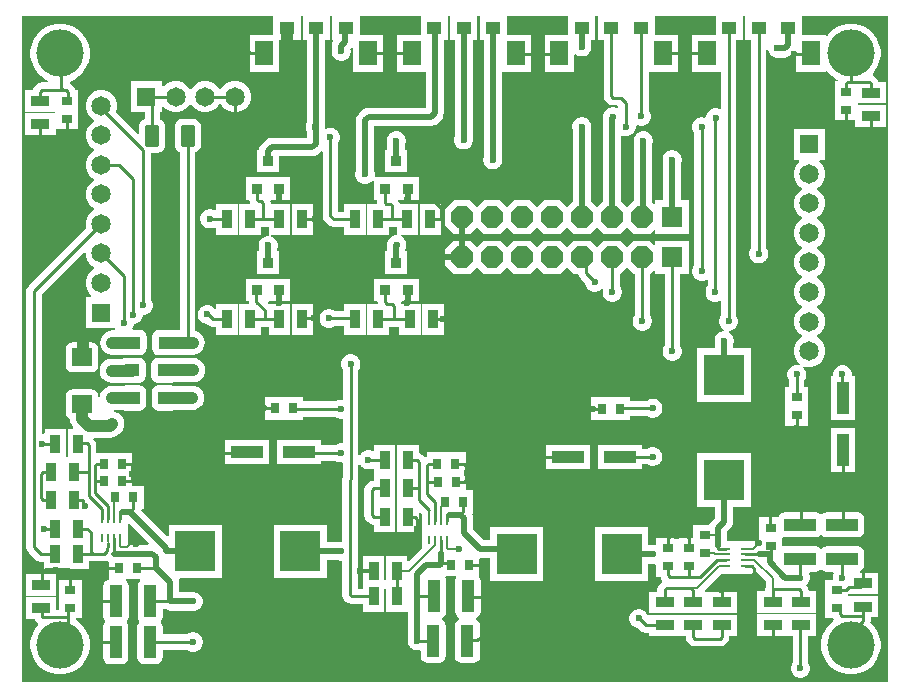
<source format=gtl>
G04*
G04 #@! TF.GenerationSoftware,Altium Limited,Altium Designer,22.8.2 (66)*
G04*
G04 Layer_Physical_Order=1*
G04 Layer_Color=255*
%FSLAX42Y42*%
%MOMM*%
G71*
G04*
G04 #@! TF.SameCoordinates,0533CB18-9495-43A3-8B9C-2A5BF5C5928D*
G04*
G04*
G04 #@! TF.FilePolarity,Positive*
G04*
G01*
G75*
%ADD12C,0.15*%
%ADD13C,0.25*%
%ADD17R,1.50X2.15*%
%ADD18R,1.30X1.00*%
%ADD19R,0.71X0.91*%
G04:AMPARAMS|DCode=20|XSize=1.5mm|YSize=1.7mm|CornerRadius=0.08mm|HoleSize=0mm|Usage=FLASHONLY|Rotation=90.000|XOffset=0mm|YOffset=0mm|HoleType=Round|Shape=RoundedRectangle|*
%AMROUNDEDRECTD20*
21,1,1.50,1.55,0,0,90.0*
21,1,1.35,1.70,0,0,90.0*
1,1,0.15,0.78,0.68*
1,1,0.15,0.78,-0.68*
1,1,0.15,-0.78,-0.68*
1,1,0.15,-0.78,0.68*
%
%ADD20ROUNDEDRECTD20*%
%ADD21R,1.57X0.81*%
%ADD22R,0.91X0.71*%
%ADD23R,0.81X1.57*%
G04:AMPARAMS|DCode=24|XSize=1.1mm|YSize=1.25mm|CornerRadius=0.06mm|HoleSize=0mm|Usage=FLASHONLY|Rotation=270.000|XOffset=0mm|YOffset=0mm|HoleType=Round|Shape=RoundedRectangle|*
%AMROUNDEDRECTD24*
21,1,1.10,1.14,0,0,270.0*
21,1,0.99,1.25,0,0,270.0*
1,1,0.11,-0.57,-0.50*
1,1,0.11,-0.57,0.50*
1,1,0.11,0.57,0.50*
1,1,0.11,0.57,-0.50*
%
%ADD24ROUNDEDRECTD24*%
G04:AMPARAMS|DCode=25|XSize=1.2mm|YSize=1.82mm|CornerRadius=0.15mm|HoleSize=0mm|Usage=FLASHONLY|Rotation=180.000|XOffset=0mm|YOffset=0mm|HoleType=Round|Shape=RoundedRectangle|*
%AMROUNDEDRECTD25*
21,1,1.20,1.52,0,0,180.0*
21,1,0.90,1.82,0,0,180.0*
1,1,0.30,-0.45,0.76*
1,1,0.30,0.45,0.76*
1,1,0.30,0.45,-0.76*
1,1,0.30,-0.45,-0.76*
%
%ADD25ROUNDEDRECTD25*%
%ADD26R,3.50X3.50*%
%ADD27R,1.00X2.70*%
%ADD28R,0.85X0.85*%
%ADD29R,3.50X3.50*%
G04:AMPARAMS|DCode=30|XSize=2.7mm|YSize=1.1mm|CornerRadius=0.06mm|HoleSize=0mm|Usage=FLASHONLY|Rotation=180.000|XOffset=0mm|YOffset=0mm|HoleType=Round|Shape=RoundedRectangle|*
%AMROUNDEDRECTD30*
21,1,2.70,0.99,0,0,180.0*
21,1,2.59,1.10,0,0,180.0*
1,1,0.11,-1.30,0.50*
1,1,0.11,1.30,0.50*
1,1,0.11,1.30,-0.50*
1,1,0.11,-1.30,-0.50*
%
%ADD30ROUNDEDRECTD30*%
%ADD31R,0.71X0.23*%
%ADD32R,2.70X1.00*%
G04:AMPARAMS|DCode=33|XSize=2.7mm|YSize=1.1mm|CornerRadius=0.06mm|HoleSize=0mm|Usage=FLASHONLY|Rotation=90.000|XOffset=0mm|YOffset=0mm|HoleType=Round|Shape=RoundedRectangle|*
%AMROUNDEDRECTD33*
21,1,2.70,0.99,0,0,90.0*
21,1,2.59,1.10,0,0,90.0*
1,1,0.11,0.50,1.30*
1,1,0.11,0.50,-1.30*
1,1,0.11,-0.50,-1.30*
1,1,0.11,-0.50,1.30*
%
%ADD33ROUNDEDRECTD33*%
%ADD34R,0.23X0.71*%
%ADD58C,0.51*%
%ADD59C,1.02*%
%ADD60C,0.30*%
%ADD61C,0.20*%
%ADD62P,1.95X8X202.5*%
%ADD63R,1.80X1.80*%
%ADD64R,1.65X1.65*%
%ADD65C,1.65*%
%ADD66R,1.65X1.65*%
%ADD67C,4.00*%
%ADD68C,0.60*%
G36*
X7417Y81D02*
X79D01*
Y5721D01*
X2208D01*
Y5565D01*
X2008D01*
Y5248D01*
X2260D01*
Y5521D01*
X2440D01*
Y5721D01*
X2458D01*
Y5521D01*
X2493D01*
Y4825D01*
X2489Y4817D01*
X2483Y4797D01*
Y4775D01*
X2489Y4755D01*
X2493Y4747D01*
Y4689D01*
X2196D01*
X2176Y4686D01*
X2157Y4679D01*
X2141Y4666D01*
X2141Y4666D01*
X2112Y4637D01*
X2099Y4621D01*
X2092Y4602D01*
X2090Y4591D01*
X2072D01*
Y4404D01*
X2259D01*
Y4535D01*
X2540D01*
X2560Y4538D01*
X2579Y4545D01*
X2595Y4558D01*
X2615Y4578D01*
X2627Y4572D01*
Y4029D01*
X2632Y4005D01*
X2646Y3984D01*
X2675Y3955D01*
X2696Y3941D01*
X2721Y3936D01*
X2811D01*
Y3871D01*
X2994D01*
Y4130D01*
X2811D01*
Y4065D01*
X2757D01*
Y4647D01*
X2767Y4665D01*
X2773Y4685D01*
Y4707D01*
X2767Y4727D01*
X2757Y4746D01*
X2742Y4761D01*
X2723Y4771D01*
X2703Y4777D01*
X2681D01*
X2661Y4771D01*
X2658Y4770D01*
X2647Y4776D01*
Y5521D01*
X2690D01*
Y5721D01*
X2708D01*
Y5521D01*
X2711D01*
X2717Y5508D01*
X2710Y5492D01*
X2708Y5472D01*
Y5450D01*
X2704Y5435D01*
Y5414D01*
X2709Y5393D01*
X2720Y5375D01*
X2735Y5360D01*
X2753Y5349D01*
X2774Y5344D01*
X2795D01*
X2816Y5349D01*
X2834Y5360D01*
X2849Y5375D01*
X2860Y5393D01*
X2865Y5414D01*
Y5435D01*
X2863Y5443D01*
X2870Y5450D01*
X2875Y5456D01*
X2888Y5452D01*
Y5248D01*
X3140D01*
Y5565D01*
X2940D01*
Y5721D01*
X3457D01*
Y5565D01*
X3257D01*
Y5248D01*
X3499D01*
Y4947D01*
X3016D01*
X2996Y4944D01*
X2977Y4937D01*
X2961Y4924D01*
X2961Y4924D01*
X2932Y4895D01*
X2919Y4879D01*
X2912Y4860D01*
X2909Y4840D01*
Y4407D01*
X2905Y4393D01*
Y4371D01*
X2911Y4351D01*
X2921Y4332D01*
X2936Y4317D01*
X2955Y4307D01*
X2975Y4301D01*
X2997D01*
X3017Y4307D01*
X3036Y4317D01*
X3050Y4332D01*
X3052Y4332D01*
X3063Y4328D01*
Y4169D01*
X3087D01*
Y4142D01*
X3088Y4140D01*
X3080Y4130D01*
X3006D01*
Y3871D01*
X3189D01*
Y3936D01*
X3253D01*
X3253Y3872D01*
X3245Y3866D01*
X3243Y3865D01*
X3223Y3859D01*
X3204Y3849D01*
X3189Y3834D01*
X3179Y3815D01*
X3173Y3795D01*
Y3773D01*
X3174Y3769D01*
Y3729D01*
X3158D01*
Y3542D01*
X3345D01*
Y3729D01*
X3328D01*
Y3751D01*
X3329Y3753D01*
X3335Y3773D01*
Y3795D01*
X3329Y3815D01*
X3319Y3834D01*
X3304Y3849D01*
X3298Y3852D01*
X3294Y3869D01*
X3296Y3871D01*
X3436D01*
Y4130D01*
X3279D01*
X3278Y4138D01*
X3265Y4156D01*
X3269Y4169D01*
X3440D01*
Y4356D01*
X3253D01*
X3253Y4356D01*
X3250D01*
Y4356D01*
X3240Y4356D01*
X3076D01*
X3066Y4369D01*
X3067Y4371D01*
Y4393D01*
X3063Y4407D01*
Y4793D01*
X3507D01*
X3521Y4789D01*
X3543D01*
X3563Y4795D01*
X3565Y4796D01*
X3566Y4796D01*
X3585Y4803D01*
X3601Y4816D01*
X3630Y4845D01*
X3630Y4845D01*
X3643Y4861D01*
X3650Y4880D01*
X3653Y4900D01*
Y5521D01*
X3688D01*
Y5721D01*
X3707D01*
Y5521D01*
X3746D01*
Y4707D01*
X3745Y4705D01*
X3739Y4685D01*
Y4663D01*
X3745Y4643D01*
X3755Y4624D01*
X3770Y4609D01*
X3789Y4599D01*
X3809Y4593D01*
X3831D01*
X3851Y4599D01*
X3870Y4609D01*
X3885Y4624D01*
X3895Y4643D01*
X3901Y4663D01*
Y4685D01*
X3900Y4689D01*
Y5521D01*
X3938D01*
Y5721D01*
X3957D01*
Y5521D01*
X3991D01*
Y4531D01*
X3987Y4517D01*
Y4495D01*
X3993Y4475D01*
X4003Y4456D01*
X4018Y4441D01*
X4037Y4431D01*
X4057Y4425D01*
X4079D01*
X4099Y4431D01*
X4118Y4441D01*
X4133Y4456D01*
X4143Y4475D01*
X4149Y4495D01*
Y4517D01*
X4145Y4531D01*
Y5248D01*
X4388D01*
Y5565D01*
X4188D01*
Y5721D01*
X4706D01*
Y5565D01*
X4506D01*
Y5248D01*
X4757D01*
Y5395D01*
X4769Y5400D01*
X4772Y5397D01*
X4790Y5387D01*
X4811Y5381D01*
X4832D01*
X4853Y5387D01*
X4871Y5397D01*
X4886Y5412D01*
X4897Y5431D01*
X4902Y5451D01*
Y5473D01*
X4898Y5487D01*
Y5521D01*
X4937D01*
Y5721D01*
X4956D01*
Y5521D01*
X5007D01*
Y5047D01*
X5012Y5022D01*
X5026Y5001D01*
X5040Y4986D01*
X5061Y4972D01*
X5086Y4967D01*
X5123D01*
X5129Y4961D01*
Y4948D01*
X5118Y4942D01*
X5115Y4943D01*
X5095Y4949D01*
X5073D01*
X5053Y4943D01*
X5034Y4933D01*
X5019Y4918D01*
X5009Y4899D01*
X5005Y4885D01*
X5004Y4882D01*
X5001Y4862D01*
Y4156D01*
X4951Y4106D01*
X4901Y4156D01*
Y4770D01*
X4902Y4775D01*
Y4797D01*
X4897Y4817D01*
X4886Y4836D01*
X4871Y4851D01*
X4853Y4861D01*
X4832Y4867D01*
X4811D01*
X4790Y4861D01*
X4772Y4851D01*
X4757Y4836D01*
X4746Y4817D01*
X4741Y4797D01*
Y4775D01*
X4746Y4755D01*
X4747Y4753D01*
Y4156D01*
X4697Y4106D01*
X4640Y4162D01*
X4499D01*
X4443Y4106D01*
X4386Y4162D01*
X4245D01*
X4189Y4106D01*
X4132Y4162D01*
X3991D01*
X3935Y4106D01*
X3878Y4162D01*
X3737D01*
X3667Y4092D01*
Y3951D01*
X3737Y3881D01*
X3878D01*
X3935Y3937D01*
X3991Y3881D01*
X4132D01*
X4189Y3937D01*
X4245Y3881D01*
X4386D01*
X4443Y3937D01*
X4499Y3881D01*
X4640D01*
X4697Y3937D01*
X4753Y3881D01*
X4894D01*
X4951Y3937D01*
X5007Y3881D01*
X5148D01*
X5205Y3937D01*
X5261Y3881D01*
X5402D01*
X5433Y3912D01*
X5445Y3907D01*
Y3881D01*
X5727D01*
Y4162D01*
X5663D01*
Y4479D01*
X5667Y4493D01*
Y4515D01*
X5661Y4535D01*
X5650Y4554D01*
X5635Y4569D01*
X5617Y4579D01*
X5596Y4585D01*
X5575D01*
X5555Y4579D01*
X5536Y4569D01*
X5521Y4554D01*
X5511Y4535D01*
X5505Y4515D01*
Y4493D01*
X5509Y4479D01*
Y4162D01*
X5445D01*
Y4136D01*
X5433Y4131D01*
X5419Y4145D01*
Y4641D01*
X5423Y4655D01*
Y4677D01*
X5417Y4697D01*
X5407Y4716D01*
X5392Y4731D01*
X5373Y4741D01*
X5353Y4747D01*
X5331D01*
X5311Y4741D01*
X5292Y4731D01*
X5277Y4716D01*
X5267Y4697D01*
X5261Y4677D01*
Y4655D01*
X5265Y4641D01*
Y4162D01*
X5261D01*
X5205Y4106D01*
X5155Y4156D01*
Y4704D01*
X5167Y4710D01*
X5185Y4705D01*
X5207D01*
X5227Y4711D01*
X5246Y4721D01*
X5261Y4736D01*
X5271Y4755D01*
X5277Y4775D01*
Y4792D01*
X5286Y4799D01*
X5289Y4800D01*
X5295Y4797D01*
X5315Y4791D01*
X5337D01*
X5357Y4797D01*
X5376Y4807D01*
X5391Y4822D01*
X5401Y4841D01*
X5407Y4861D01*
Y4883D01*
X5401Y4903D01*
X5391Y4921D01*
Y5248D01*
X5637D01*
Y5565D01*
X5437D01*
Y5721D01*
X5954D01*
Y5565D01*
X5754D01*
Y5248D01*
X5999D01*
Y4940D01*
X5988Y4934D01*
X5985Y4935D01*
X5965Y4941D01*
X5943D01*
X5923Y4935D01*
X5904Y4925D01*
X5889Y4910D01*
X5879Y4891D01*
X5873Y4871D01*
X5860Y4862D01*
X5849Y4865D01*
X5827D01*
X5807Y4859D01*
X5788Y4849D01*
X5773Y4834D01*
X5763Y4815D01*
X5757Y4795D01*
Y4773D01*
X5763Y4753D01*
X5773Y4735D01*
Y3611D01*
X5763Y3593D01*
X5757Y3573D01*
Y3551D01*
X5763Y3531D01*
X5773Y3512D01*
X5788Y3497D01*
X5807Y3487D01*
X5827Y3481D01*
X5849D01*
X5869Y3487D01*
X5876Y3491D01*
X5887Y3484D01*
Y3436D01*
X5885Y3434D01*
X5875Y3415D01*
X5869Y3395D01*
Y3373D01*
X5875Y3353D01*
X5885Y3334D01*
X5900Y3319D01*
X5919Y3309D01*
X5939Y3303D01*
X5961D01*
X5981Y3309D01*
X5988Y3313D01*
X5999Y3306D01*
Y3187D01*
X5989Y3169D01*
X5983Y3149D01*
Y3127D01*
X5989Y3107D01*
X5999Y3088D01*
X6014Y3073D01*
X6028Y3066D01*
X6025Y3053D01*
X6015D01*
X5995Y3047D01*
X5976Y3037D01*
X5961Y3022D01*
X5951Y3003D01*
X5945Y2983D01*
Y2961D01*
X5949Y2947D01*
Y2909D01*
X5800D01*
Y2457D01*
X6252D01*
Y2909D01*
X6103D01*
Y2947D01*
X6107Y2961D01*
Y2983D01*
X6101Y3003D01*
X6091Y3022D01*
X6076Y3037D01*
X6062Y3044D01*
X6065Y3057D01*
X6075D01*
X6095Y3063D01*
X6114Y3073D01*
X6129Y3088D01*
X6139Y3107D01*
X6145Y3127D01*
Y3149D01*
X6139Y3169D01*
X6129Y3187D01*
Y5521D01*
X6186D01*
Y5721D01*
X6204D01*
Y5521D01*
X6255D01*
Y3759D01*
X6245Y3741D01*
X6239Y3721D01*
Y3699D01*
X6245Y3679D01*
X6255Y3660D01*
X6270Y3645D01*
X6289Y3635D01*
X6309Y3629D01*
X6331D01*
X6351Y3635D01*
X6370Y3645D01*
X6385Y3660D01*
X6395Y3679D01*
X6401Y3699D01*
Y3721D01*
X6395Y3741D01*
X6385Y3759D01*
Y5437D01*
X6397Y5437D01*
X6403Y5417D01*
X6413Y5398D01*
X6428Y5383D01*
X6447Y5373D01*
X6467Y5367D01*
X6489D01*
X6503Y5371D01*
X6538D01*
X6558Y5374D01*
X6576Y5381D01*
X6592Y5394D01*
X6621Y5423D01*
X6634Y5419D01*
Y5248D01*
X6886D01*
Y5253D01*
X6898Y5257D01*
X6905Y5246D01*
X6940Y5211D01*
X6981Y5184D01*
X6987Y5181D01*
X6985Y5169D01*
X6963D01*
Y4996D01*
Y4843D01*
X7138D01*
Y4787D01*
X7398D01*
Y4970D01*
X7157D01*
Y4982D01*
X7398D01*
Y5165D01*
X7330D01*
X7328Y5178D01*
X7314Y5199D01*
X7299Y5214D01*
X7288Y5221D01*
X7286Y5238D01*
X7295Y5246D01*
X7322Y5287D01*
X7341Y5333D01*
X7351Y5381D01*
Y5431D01*
X7341Y5479D01*
X7322Y5525D01*
X7295Y5566D01*
X7260Y5601D01*
X7219Y5628D01*
X7173Y5647D01*
X7125Y5657D01*
X7075D01*
X7027Y5647D01*
X6981Y5628D01*
X6940Y5601D01*
X6905Y5566D01*
X6898Y5555D01*
X6886Y5559D01*
Y5565D01*
X6686D01*
Y5721D01*
X7417D01*
Y81D01*
D02*
G37*
%LPC*%
G36*
X1902Y5173D02*
X1866D01*
X1833Y5164D01*
X1802Y5147D01*
X1777Y5122D01*
X1766Y5103D01*
X1752D01*
X1741Y5122D01*
X1716Y5147D01*
X1685Y5164D01*
X1652Y5173D01*
X1616D01*
X1583Y5164D01*
X1552Y5147D01*
X1527Y5122D01*
X1516Y5103D01*
X1502D01*
X1491Y5122D01*
X1466Y5147D01*
X1435Y5164D01*
X1402Y5173D01*
X1366D01*
X1333Y5164D01*
X1302Y5147D01*
X1280Y5125D01*
X1269Y5128D01*
X1267Y5129D01*
Y5173D01*
X1001D01*
Y4907D01*
X1119D01*
Y4847D01*
X1105Y4841D01*
X1092Y4831D01*
X1081Y4817D01*
X1074Y4801D01*
X1072Y4784D01*
Y4731D01*
X1060Y4727D01*
X878Y4909D01*
X878Y4911D01*
X887Y4944D01*
Y4980D01*
X878Y5013D01*
X861Y5044D01*
X836Y5069D01*
X805Y5086D01*
X772Y5095D01*
X736D01*
X703Y5086D01*
X672Y5069D01*
X647Y5044D01*
X630Y5013D01*
X621Y4980D01*
Y4944D01*
X630Y4911D01*
X647Y4880D01*
X672Y4855D01*
X691Y4844D01*
Y4830D01*
X672Y4819D01*
X647Y4794D01*
X630Y4763D01*
X621Y4730D01*
Y4694D01*
X630Y4661D01*
X647Y4630D01*
X672Y4605D01*
X691Y4594D01*
Y4580D01*
X672Y4569D01*
X647Y4544D01*
X630Y4513D01*
X621Y4480D01*
Y4444D01*
X630Y4411D01*
X647Y4380D01*
X672Y4355D01*
X691Y4344D01*
Y4330D01*
X672Y4319D01*
X647Y4294D01*
X630Y4263D01*
X621Y4230D01*
Y4194D01*
X630Y4161D01*
X647Y4130D01*
X672Y4105D01*
X691Y4094D01*
Y4080D01*
X672Y4069D01*
X647Y4044D01*
X630Y4013D01*
X621Y3980D01*
Y3944D01*
X626Y3925D01*
X137Y3437D01*
X123Y3416D01*
X118Y3391D01*
Y1224D01*
X123Y1199D01*
X137Y1178D01*
X195Y1120D01*
X216Y1106D01*
X241Y1101D01*
X271D01*
Y1040D01*
X454D01*
Y1250D01*
Y1498D01*
X466D01*
Y1250D01*
Y1040D01*
X649D01*
Y1105D01*
X779D01*
X804Y1110D01*
X806Y1112D01*
X817Y1104D01*
Y964D01*
X817Y953D01*
X807Y949D01*
X806Y949D01*
X787Y936D01*
X774Y917D01*
X770Y895D01*
Y636D01*
X774Y615D01*
X781Y605D01*
X785Y592D01*
X780Y585D01*
X772Y573D01*
X768Y551D01*
Y292D01*
X772Y271D01*
X785Y252D01*
X804Y239D01*
X826Y235D01*
X924D01*
X946Y239D01*
X965Y252D01*
X978Y271D01*
X982Y292D01*
Y551D01*
X978Y573D01*
X971Y583D01*
X967Y596D01*
X972Y603D01*
X980Y615D01*
X984Y636D01*
Y895D01*
X980Y917D01*
X967Y936D01*
X960Y941D01*
X964Y953D01*
X1080D01*
X1084Y941D01*
X1077Y936D01*
X1064Y917D01*
X1060Y895D01*
Y636D01*
X1064Y615D01*
X1071Y605D01*
X1075Y592D01*
X1070Y585D01*
X1062Y573D01*
X1058Y551D01*
Y292D01*
X1062Y271D01*
X1075Y252D01*
X1094Y239D01*
X1115Y235D01*
X1215D01*
X1236Y239D01*
X1255Y252D01*
X1268Y271D01*
X1272Y292D01*
Y357D01*
X1481D01*
X1499Y347D01*
X1519Y341D01*
X1541D01*
X1561Y347D01*
X1580Y357D01*
X1595Y372D01*
X1605Y391D01*
X1611Y411D01*
Y433D01*
X1605Y453D01*
X1595Y472D01*
X1580Y487D01*
X1561Y497D01*
X1541Y503D01*
X1519D01*
X1499Y497D01*
X1481Y487D01*
X1272D01*
Y551D01*
X1268Y573D01*
X1261Y583D01*
X1257Y596D01*
X1262Y603D01*
X1270Y615D01*
X1274Y636D01*
Y701D01*
X1297D01*
X1300Y699D01*
X1318Y692D01*
X1338Y689D01*
X1338Y689D01*
X1505D01*
X1519Y685D01*
X1541D01*
X1561Y691D01*
X1580Y701D01*
X1595Y716D01*
X1605Y735D01*
X1611Y755D01*
Y777D01*
X1605Y797D01*
X1595Y816D01*
X1580Y831D01*
X1561Y841D01*
X1541Y847D01*
X1519D01*
X1505Y843D01*
X1413D01*
Y928D01*
X1410Y948D01*
X1409Y951D01*
X1417Y964D01*
X1774D01*
Y1416D01*
X1323D01*
Y1324D01*
X1311Y1320D01*
X1092Y1539D01*
X1096Y1551D01*
X1111D01*
Y1745D01*
X1013D01*
Y1830D01*
Y2023D01*
X711D01*
Y2089D01*
X706Y2114D01*
X692Y2135D01*
X687Y2140D01*
X692Y2152D01*
X827D01*
X827Y2152D01*
X853Y2156D01*
X878Y2166D01*
X899Y2182D01*
X916Y2200D01*
X933Y2221D01*
X943Y2245D01*
X946Y2272D01*
X943Y2299D01*
X933Y2323D01*
X916Y2344D01*
X895Y2361D01*
X871Y2371D01*
X857Y2373D01*
X857Y2386D01*
X939D01*
X940Y2385D01*
X961Y2381D01*
X1076D01*
X1097Y2385D01*
X1116Y2398D01*
X1129Y2417D01*
X1133Y2439D01*
Y2538D01*
X1129Y2559D01*
X1116Y2578D01*
X1097Y2591D01*
X1076Y2595D01*
X961D01*
X940Y2591D01*
X939Y2590D01*
X841D01*
X815Y2587D01*
X790Y2577D01*
X769Y2560D01*
X752Y2539D01*
X742Y2515D01*
X740Y2495D01*
X727Y2496D01*
Y2501D01*
X722Y2524D01*
X710Y2544D01*
X690Y2556D01*
X668Y2561D01*
X512D01*
X490Y2556D01*
X470Y2544D01*
X458Y2524D01*
X453Y2501D01*
Y2367D01*
X458Y2344D01*
X470Y2324D01*
X488Y2313D01*
X491Y2288D01*
X501Y2263D01*
X517Y2242D01*
X517Y2238D01*
X513Y2230D01*
X468D01*
Y1989D01*
X455D01*
Y2230D01*
X273D01*
Y2188D01*
X262Y2181D01*
X262Y2181D01*
X248D01*
Y3364D01*
X608Y3724D01*
X621Y3719D01*
Y3694D01*
X630Y3661D01*
X647Y3630D01*
X672Y3605D01*
X691Y3594D01*
Y3580D01*
X672Y3569D01*
X647Y3544D01*
X630Y3513D01*
X621Y3480D01*
Y3444D01*
X630Y3411D01*
X647Y3380D01*
X669Y3358D01*
X666Y3345D01*
X621D01*
Y3079D01*
X869D01*
X873Y3073D01*
X866Y3060D01*
X846D01*
X819Y3057D01*
X795Y3047D01*
X774Y3030D01*
X757Y3009D01*
X747Y2985D01*
X744Y2958D01*
X747Y2931D01*
X757Y2907D01*
X774Y2886D01*
X795Y2869D01*
X819Y2859D01*
X846Y2856D01*
X943D01*
X944Y2855D01*
X965Y2851D01*
X1080D01*
X1101Y2855D01*
X1120Y2868D01*
X1133Y2887D01*
X1137Y2908D01*
Y3008D01*
X1133Y3029D01*
X1120Y3048D01*
X1101Y3061D01*
X1080Y3065D01*
X1022D01*
X1015Y3078D01*
X1021Y3089D01*
X1027Y3109D01*
Y3114D01*
X1033D01*
X1054Y3120D01*
X1072Y3131D01*
X1087Y3146D01*
X1098Y3164D01*
X1103Y3185D01*
Y3193D01*
X1121D01*
X1141Y3199D01*
X1160Y3209D01*
X1175Y3224D01*
X1185Y3243D01*
X1191Y3263D01*
Y3285D01*
X1185Y3305D01*
X1175Y3323D01*
Y4566D01*
X1228D01*
X1246Y4568D01*
X1262Y4575D01*
X1275Y4585D01*
X1286Y4599D01*
X1293Y4615D01*
X1295Y4632D01*
Y4784D01*
X1293Y4801D01*
X1286Y4817D01*
X1275Y4831D01*
X1262Y4841D01*
X1248Y4847D01*
Y4907D01*
X1267D01*
Y4951D01*
X1269Y4952D01*
X1280Y4955D01*
X1302Y4933D01*
X1333Y4916D01*
X1366Y4907D01*
X1402D01*
X1435Y4916D01*
X1466Y4933D01*
X1491Y4958D01*
X1502Y4977D01*
X1516D01*
X1527Y4958D01*
X1552Y4933D01*
X1583Y4916D01*
X1616Y4907D01*
X1652D01*
X1685Y4916D01*
X1716Y4933D01*
X1741Y4958D01*
X1752Y4977D01*
X1766D01*
X1777Y4958D01*
X1802Y4933D01*
X1833Y4916D01*
X1866Y4907D01*
X1902D01*
X1935Y4916D01*
X1966Y4933D01*
X1991Y4958D01*
X2008Y4989D01*
X2017Y5022D01*
Y5058D01*
X2008Y5091D01*
X1991Y5122D01*
X1966Y5147D01*
X1935Y5164D01*
X1902Y5173D01*
D02*
G37*
G36*
X429Y5657D02*
X379D01*
X331Y5647D01*
X285Y5628D01*
X244Y5601D01*
X209Y5566D01*
X182Y5525D01*
X163Y5479D01*
X153Y5431D01*
Y5381D01*
X163Y5333D01*
X182Y5287D01*
X209Y5246D01*
X244Y5211D01*
X285Y5184D01*
X305Y5175D01*
X303Y5163D01*
X251D01*
X226Y5158D01*
X205Y5144D01*
X190Y5129D01*
X176Y5108D01*
X174Y5095D01*
X106D01*
Y4912D01*
X365D01*
Y4900D01*
X106D01*
Y4717D01*
X366D01*
Y4767D01*
X559D01*
Y4920D01*
Y5093D01*
X531D01*
X528Y5108D01*
X514Y5129D01*
X499Y5144D01*
X484Y5154D01*
X485Y5168D01*
X523Y5184D01*
X564Y5211D01*
X599Y5246D01*
X626Y5287D01*
X645Y5333D01*
X655Y5381D01*
Y5431D01*
X645Y5479D01*
X626Y5525D01*
X599Y5566D01*
X564Y5601D01*
X523Y5628D01*
X477Y5647D01*
X429Y5657D01*
D02*
G37*
G36*
X3261Y4745D02*
X3239D01*
X3219Y4739D01*
X3200Y4729D01*
X3185Y4714D01*
X3175Y4695D01*
X3169Y4675D01*
Y4653D01*
X3173Y4639D01*
Y4591D01*
X3158D01*
Y4404D01*
X3345D01*
Y4591D01*
X3327D01*
Y4639D01*
X3331Y4653D01*
Y4675D01*
X3325Y4695D01*
X3315Y4714D01*
X3300Y4729D01*
X3281Y4739D01*
X3261Y4745D01*
D02*
G37*
G36*
X1910Y4130D02*
X1727D01*
Y4083D01*
X1714Y4076D01*
X1705Y4081D01*
X1685Y4087D01*
X1663D01*
X1643Y4081D01*
X1624Y4071D01*
X1609Y4056D01*
X1599Y4037D01*
X1593Y4017D01*
Y3995D01*
X1599Y3975D01*
X1609Y3956D01*
X1624Y3941D01*
X1643Y3931D01*
X1663Y3925D01*
X1685D01*
X1705Y3931D01*
X1714Y3936D01*
X1727Y3929D01*
Y3871D01*
X1910D01*
Y4130D01*
D02*
G37*
G36*
X3631D02*
X3448D01*
Y3871D01*
X3631D01*
Y4130D01*
D02*
G37*
G36*
X2547D02*
X2364D01*
Y3871D01*
X2547D01*
Y4130D01*
D02*
G37*
G36*
X5727Y3819D02*
X5445D01*
Y3793D01*
X5433Y3788D01*
X5402Y3819D01*
X5261D01*
X5205Y3763D01*
X5148Y3819D01*
X5007D01*
X4951Y3763D01*
X4894Y3819D01*
X4753D01*
X4697Y3763D01*
X4640Y3819D01*
X4499D01*
X4443Y3763D01*
X4386Y3819D01*
X4245D01*
X4189Y3763D01*
X4132Y3819D01*
X3991D01*
X3935Y3763D01*
X3878Y3819D01*
X3737D01*
X3667Y3749D01*
Y3608D01*
X3737Y3538D01*
X3878D01*
X3935Y3594D01*
X3991Y3538D01*
X4132D01*
X4189Y3594D01*
X4245Y3538D01*
X4386D01*
X4443Y3594D01*
X4499Y3538D01*
X4640D01*
X4697Y3594D01*
X4753Y3538D01*
X4793D01*
X4797Y3519D01*
X4811Y3498D01*
X4849Y3459D01*
X4855Y3439D01*
X4865Y3420D01*
X4880Y3405D01*
X4899Y3395D01*
X4919Y3389D01*
X4941D01*
X4961Y3395D01*
X4980Y3405D01*
X4992Y3417D01*
X5003Y3411D01*
X4999Y3397D01*
Y3375D01*
X5005Y3355D01*
X5015Y3336D01*
X5030Y3321D01*
X5049Y3311D01*
X5069Y3305D01*
X5091D01*
X5111Y3311D01*
X5130Y3321D01*
X5145Y3336D01*
X5155Y3355D01*
X5161Y3375D01*
Y3397D01*
X5155Y3417D01*
X5145Y3435D01*
Y3538D01*
X5148D01*
X5205Y3594D01*
X5261Y3538D01*
X5269D01*
Y3189D01*
X5259Y3171D01*
X5253Y3151D01*
Y3129D01*
X5259Y3109D01*
X5269Y3090D01*
X5284Y3075D01*
X5303Y3065D01*
X5323Y3059D01*
X5345D01*
X5365Y3065D01*
X5384Y3075D01*
X5399Y3090D01*
X5409Y3109D01*
X5415Y3129D01*
Y3151D01*
X5409Y3171D01*
X5399Y3189D01*
Y3538D01*
X5402D01*
X5433Y3569D01*
X5445Y3564D01*
Y3538D01*
X5523D01*
Y2933D01*
X5513Y2915D01*
X5507Y2895D01*
Y2873D01*
X5513Y2853D01*
X5523Y2834D01*
X5538Y2819D01*
X5557Y2809D01*
X5577Y2803D01*
X5599D01*
X5619Y2809D01*
X5638Y2819D01*
X5653Y2834D01*
X5663Y2853D01*
X5669Y2873D01*
Y2895D01*
X5663Y2915D01*
X5653Y2933D01*
Y3538D01*
X5727D01*
Y3819D01*
D02*
G37*
G36*
X2167Y4356D02*
X2155Y4356D01*
X1977D01*
Y4169D01*
X2006D01*
Y4169D01*
X2011Y4144D01*
X2013Y4141D01*
X2007Y4130D01*
X1922D01*
Y3871D01*
X2105D01*
Y3936D01*
X2169D01*
Y3874D01*
X2169Y3871D01*
X2163Y3861D01*
X2155D01*
X2135Y3855D01*
X2116Y3845D01*
X2101Y3830D01*
X2091Y3811D01*
X2085Y3791D01*
Y3769D01*
X2089Y3756D01*
Y3729D01*
X2072D01*
Y3542D01*
X2259D01*
Y3729D01*
X2243D01*
Y3754D01*
X2247Y3769D01*
Y3791D01*
X2241Y3811D01*
X2231Y3830D01*
X2216Y3845D01*
X2197Y3855D01*
X2186Y3858D01*
X2188Y3871D01*
X2352D01*
Y4130D01*
X2187D01*
Y4139D01*
X2183Y4156D01*
X2192Y4169D01*
X2354D01*
Y4356D01*
X2167D01*
Y4356D01*
D02*
G37*
G36*
X1910Y3286D02*
X1727D01*
Y3250D01*
X1717Y3246D01*
X1714Y3246D01*
X1700Y3260D01*
X1681Y3271D01*
X1661Y3276D01*
X1639D01*
X1619Y3271D01*
X1600Y3260D01*
X1585Y3245D01*
X1575Y3227D01*
X1569Y3206D01*
Y3185D01*
X1575Y3164D01*
X1585Y3146D01*
X1600Y3131D01*
X1619Y3120D01*
X1639Y3115D01*
X1649D01*
X1653Y3110D01*
X1674Y3096D01*
X1699Y3091D01*
X1727D01*
Y3026D01*
X1910D01*
Y3286D01*
D02*
G37*
G36*
X2994D02*
X2811D01*
Y3227D01*
X2731D01*
X2713Y3237D01*
X2693Y3243D01*
X2671D01*
X2651Y3237D01*
X2632Y3227D01*
X2617Y3212D01*
X2607Y3193D01*
X2601Y3173D01*
Y3151D01*
X2607Y3131D01*
X2617Y3112D01*
X2632Y3097D01*
X2651Y3087D01*
X2671Y3081D01*
X2693D01*
X2713Y3087D01*
X2731Y3097D01*
X2811D01*
Y3026D01*
X2994D01*
Y3286D01*
D02*
G37*
G36*
X1530Y4850D02*
X1440D01*
X1422Y4848D01*
X1406Y4841D01*
X1393Y4831D01*
X1382Y4817D01*
X1375Y4801D01*
X1373Y4784D01*
Y4632D01*
X1375Y4615D01*
X1382Y4599D01*
X1393Y4585D01*
X1406Y4575D01*
X1420Y4569D01*
Y3060D01*
X1377D01*
X1376Y3061D01*
X1355Y3065D01*
X1240D01*
X1219Y3061D01*
X1200Y3048D01*
X1187Y3029D01*
X1183Y3008D01*
Y2908D01*
X1187Y2887D01*
X1200Y2868D01*
X1219Y2855D01*
X1240Y2851D01*
X1355D01*
X1376Y2855D01*
X1377Y2856D01*
X1526D01*
X1553Y2859D01*
X1577Y2869D01*
X1598Y2886D01*
X1615Y2907D01*
X1625Y2931D01*
X1628Y2958D01*
X1625Y2985D01*
X1615Y3009D01*
X1598Y3030D01*
X1577Y3047D01*
X1553Y3057D01*
X1549Y3057D01*
Y4569D01*
X1563Y4575D01*
X1576Y4585D01*
X1587Y4599D01*
X1594Y4615D01*
X1596Y4632D01*
Y4784D01*
X1594Y4801D01*
X1587Y4817D01*
X1576Y4831D01*
X1563Y4841D01*
X1547Y4848D01*
X1530Y4850D01*
D02*
G37*
G36*
X3651Y3286D02*
X3468D01*
Y3026D01*
X3651D01*
Y3286D01*
D02*
G37*
G36*
X3253Y3494D02*
X3240Y3494D01*
X3063D01*
Y3307D01*
X3090D01*
X3092Y3295D01*
X3084Y3286D01*
X3006D01*
Y3026D01*
X3189D01*
Y3091D01*
X3273D01*
Y3026D01*
X3456D01*
Y3286D01*
X3296D01*
X3290Y3296D01*
X3296Y3307D01*
X3440D01*
Y3494D01*
X3253D01*
Y3494D01*
D02*
G37*
G36*
X2547Y3286D02*
X2364D01*
Y3026D01*
X2547D01*
Y3286D01*
D02*
G37*
G36*
X2167Y3494D02*
X2155Y3494D01*
X1977D01*
Y3307D01*
X2000D01*
X2002Y3295D01*
X1994Y3286D01*
X1922D01*
Y3026D01*
X2105D01*
Y3091D01*
X2169D01*
Y3026D01*
X2352D01*
Y3286D01*
X2174D01*
X2164Y3296D01*
X2170Y3307D01*
X2177Y3307D01*
X2354D01*
Y3494D01*
X2177D01*
X2167Y3494D01*
D02*
G37*
G36*
X6881Y4769D02*
X6615D01*
Y4503D01*
X6660D01*
X6663Y4490D01*
X6641Y4468D01*
X6624Y4437D01*
X6615Y4404D01*
Y4368D01*
X6624Y4335D01*
X6641Y4304D01*
X6666Y4279D01*
X6685Y4268D01*
Y4254D01*
X6666Y4243D01*
X6641Y4218D01*
X6624Y4187D01*
X6615Y4154D01*
Y4118D01*
X6624Y4085D01*
X6641Y4054D01*
X6666Y4029D01*
X6685Y4018D01*
Y4004D01*
X6666Y3993D01*
X6641Y3968D01*
X6624Y3937D01*
X6615Y3904D01*
Y3868D01*
X6624Y3835D01*
X6641Y3804D01*
X6666Y3779D01*
X6685Y3768D01*
Y3754D01*
X6666Y3743D01*
X6641Y3718D01*
X6624Y3687D01*
X6615Y3654D01*
Y3618D01*
X6624Y3585D01*
X6641Y3554D01*
X6666Y3529D01*
X6685Y3518D01*
Y3504D01*
X6666Y3493D01*
X6641Y3468D01*
X6624Y3437D01*
X6615Y3404D01*
Y3368D01*
X6624Y3335D01*
X6641Y3304D01*
X6666Y3279D01*
X6685Y3268D01*
Y3254D01*
X6666Y3243D01*
X6641Y3218D01*
X6624Y3187D01*
X6615Y3154D01*
Y3118D01*
X6624Y3085D01*
X6641Y3054D01*
X6666Y3029D01*
X6685Y3018D01*
Y3004D01*
X6666Y2993D01*
X6641Y2968D01*
X6624Y2937D01*
X6615Y2904D01*
Y2868D01*
X6624Y2835D01*
X6641Y2804D01*
X6666Y2779D01*
X6671Y2777D01*
X6666Y2765D01*
X6651Y2769D01*
X6630D01*
X6609Y2763D01*
X6591Y2753D01*
X6576Y2738D01*
X6565Y2719D01*
X6560Y2699D01*
Y2677D01*
X6565Y2657D01*
X6576Y2639D01*
Y2581D01*
X6543D01*
Y2408D01*
Y2255D01*
X6737D01*
Y2408D01*
Y2581D01*
X6705D01*
Y2639D01*
X6716Y2657D01*
X6721Y2677D01*
Y2699D01*
X6716Y2719D01*
X6705Y2738D01*
X6693Y2750D01*
X6700Y2761D01*
X6730Y2753D01*
X6766D01*
X6799Y2762D01*
X6830Y2779D01*
X6855Y2804D01*
X6872Y2835D01*
X6881Y2868D01*
Y2904D01*
X6872Y2937D01*
X6855Y2968D01*
X6830Y2993D01*
X6811Y3004D01*
Y3018D01*
X6830Y3029D01*
X6855Y3054D01*
X6872Y3085D01*
X6881Y3118D01*
Y3154D01*
X6872Y3187D01*
X6855Y3218D01*
X6830Y3243D01*
X6811Y3254D01*
Y3268D01*
X6830Y3279D01*
X6855Y3304D01*
X6872Y3335D01*
X6881Y3368D01*
Y3404D01*
X6872Y3437D01*
X6855Y3468D01*
X6830Y3493D01*
X6811Y3504D01*
Y3518D01*
X6830Y3529D01*
X6855Y3554D01*
X6872Y3585D01*
X6881Y3618D01*
Y3654D01*
X6872Y3687D01*
X6855Y3718D01*
X6830Y3743D01*
X6811Y3754D01*
Y3768D01*
X6830Y3779D01*
X6855Y3804D01*
X6872Y3835D01*
X6881Y3868D01*
Y3904D01*
X6872Y3937D01*
X6855Y3968D01*
X6830Y3993D01*
X6811Y4004D01*
Y4018D01*
X6830Y4029D01*
X6855Y4054D01*
X6872Y4085D01*
X6881Y4118D01*
Y4154D01*
X6872Y4187D01*
X6855Y4218D01*
X6830Y4243D01*
X6811Y4254D01*
Y4268D01*
X6830Y4279D01*
X6855Y4304D01*
X6872Y4335D01*
X6881Y4368D01*
Y4404D01*
X6872Y4437D01*
X6855Y4468D01*
X6833Y4490D01*
X6836Y4503D01*
X6881D01*
Y4769D01*
D02*
G37*
G36*
X668Y2961D02*
X512D01*
X490Y2956D01*
X470Y2944D01*
X458Y2924D01*
X453Y2901D01*
Y2767D01*
X458Y2744D01*
X470Y2724D01*
X490Y2712D01*
X512Y2707D01*
X668D01*
X690Y2712D01*
X710Y2724D01*
X722Y2744D01*
X727Y2767D01*
Y2901D01*
X722Y2924D01*
X710Y2944D01*
X690Y2956D01*
X668Y2961D01*
D02*
G37*
G36*
X1347Y2831D02*
X1233D01*
X1211Y2827D01*
X1192Y2814D01*
X1180Y2795D01*
X1176Y2774D01*
Y2675D01*
X1180Y2653D01*
X1192Y2634D01*
X1211Y2621D01*
X1233Y2617D01*
X1347D01*
X1369Y2621D01*
X1369Y2622D01*
X1530D01*
X1557Y2625D01*
X1581Y2635D01*
X1602Y2652D01*
X1619Y2673D01*
X1629Y2697D01*
X1632Y2724D01*
X1629Y2751D01*
X1619Y2775D01*
X1602Y2796D01*
X1581Y2813D01*
X1557Y2823D01*
X1530Y2826D01*
X1369D01*
X1369Y2827D01*
X1347Y2831D01*
D02*
G37*
G36*
X1072D02*
X958D01*
X936Y2827D01*
X930Y2822D01*
X840D01*
X813Y2819D01*
X789Y2809D01*
X768Y2792D01*
X751Y2771D01*
X741Y2747D01*
X738Y2720D01*
X741Y2693D01*
X751Y2669D01*
X768Y2648D01*
X789Y2631D01*
X813Y2621D01*
X840Y2618D01*
X956D01*
X958Y2617D01*
X1072D01*
X1094Y2621D01*
X1113Y2634D01*
X1125Y2653D01*
X1129Y2675D01*
Y2774D01*
X1125Y2795D01*
X1113Y2814D01*
X1094Y2827D01*
X1072Y2831D01*
D02*
G37*
G36*
X2875Y2857D02*
X2854D01*
X2834Y2851D01*
X2815Y2841D01*
X2800Y2826D01*
X2790Y2807D01*
X2784Y2787D01*
Y2765D01*
X2790Y2745D01*
X2800Y2727D01*
Y2479D01*
X2795Y2475D01*
X2773D01*
X2753Y2469D01*
X2735Y2459D01*
X2465D01*
Y2497D01*
X2139D01*
Y2303D01*
X2465D01*
Y2329D01*
X2735D01*
X2753Y2319D01*
X2773Y2313D01*
X2795D01*
X2800Y2309D01*
Y2109D01*
X2795Y2105D01*
X2773D01*
X2753Y2099D01*
X2735Y2089D01*
X2615D01*
Y2129D01*
X2243D01*
Y1927D01*
X2615D01*
Y1959D01*
X2735D01*
X2753Y1949D01*
X2773Y1943D01*
X2795D01*
X2800Y1939D01*
Y1819D01*
X2798Y1817D01*
X2793Y1792D01*
Y1271D01*
X2773D01*
X2759Y1267D01*
X2664D01*
Y1416D01*
X2212D01*
Y964D01*
X2664D01*
Y1113D01*
X2759D01*
X2773Y1109D01*
X2793D01*
Y824D01*
X2798Y799D01*
X2812Y778D01*
X2827Y763D01*
X2848Y749D01*
X2873Y744D01*
X2968D01*
Y679D01*
X3150D01*
Y873D01*
X3162Y879D01*
X3163Y878D01*
Y679D01*
X3346D01*
X3351Y669D01*
Y459D01*
X3347Y445D01*
Y423D01*
X3353Y403D01*
X3363Y384D01*
X3378Y369D01*
X3397Y359D01*
X3417Y353D01*
X3439D01*
X3446Y355D01*
X3456Y347D01*
Y303D01*
X3460Y281D01*
X3473Y262D01*
X3492Y249D01*
X3513Y245D01*
X3612D01*
X3634Y249D01*
X3653Y262D01*
X3666Y281D01*
X3670Y303D01*
Y561D01*
X3666Y583D01*
X3653Y602D01*
X3635Y614D01*
X3635Y618D01*
X3637Y627D01*
X3638Y627D01*
X3657Y640D01*
X3670Y659D01*
X3674Y680D01*
Y940D01*
X3670Y961D01*
X3665Y969D01*
X3671Y981D01*
X3753D01*
X3759Y969D01*
X3754Y961D01*
X3750Y940D01*
Y680D01*
X3754Y659D01*
X3767Y640D01*
X3785Y628D01*
X3785Y624D01*
X3783Y615D01*
X3782Y615D01*
X3763Y602D01*
X3750Y583D01*
X3746Y561D01*
Y303D01*
X3750Y281D01*
X3763Y262D01*
X3782Y249D01*
X3803Y245D01*
X3903D01*
X3924Y249D01*
X3943Y262D01*
X3956Y281D01*
X3960Y303D01*
Y561D01*
X3956Y583D01*
X3943Y602D01*
X3925Y614D01*
X3925Y618D01*
X3927Y627D01*
X3928Y627D01*
X3947Y640D01*
X3960Y659D01*
X3964Y680D01*
Y940D01*
X3960Y961D01*
X3954Y969D01*
X3953Y981D01*
X3953Y981D01*
X3953Y981D01*
Y1127D01*
X3960Y1133D01*
X3960Y1133D01*
X4043D01*
Y942D01*
X4495D01*
Y1394D01*
X4043D01*
Y1287D01*
X3992D01*
X3901Y1378D01*
Y1472D01*
X3898Y1492D01*
X3894Y1503D01*
X3901Y1515D01*
X3901D01*
Y1709D01*
X3843D01*
Y1875D01*
X3837D01*
Y2029D01*
X3511D01*
Y1990D01*
X3498Y1988D01*
X3493Y1984D01*
X3486Y1996D01*
X3471Y2010D01*
X3450Y2024D01*
X3440Y2026D01*
Y2094D01*
X3257D01*
Y1835D01*
Y1594D01*
Y1352D01*
X3440D01*
Y1516D01*
X3452Y1521D01*
X3469Y1503D01*
Y1361D01*
Y1216D01*
X3357Y1104D01*
X3345Y1109D01*
Y1150D01*
X3162D01*
Y956D01*
X3151Y950D01*
X3150Y951D01*
Y1150D01*
X2967D01*
Y890D01*
X2968D01*
Y874D01*
X2923D01*
Y1771D01*
X2925Y1774D01*
X2930Y1799D01*
Y1924D01*
X2942Y1927D01*
X2949Y1915D01*
X2964Y1900D01*
X2983Y1889D01*
X3003Y1884D01*
X3025D01*
X3045Y1889D01*
X3050Y1892D01*
X3061Y1886D01*
Y1788D01*
X3059D01*
X3034Y1783D01*
X3013Y1769D01*
X2998Y1754D01*
X2984Y1733D01*
X2979Y1708D01*
Y1497D01*
X2984Y1472D01*
X2998Y1451D01*
X3013Y1436D01*
X3034Y1422D01*
X3059Y1417D01*
X3061D01*
Y1352D01*
X3244D01*
Y1594D01*
Y1835D01*
Y2094D01*
X3061D01*
Y2043D01*
X3050Y2037D01*
X3045Y2040D01*
X3025Y2045D01*
X3003D01*
X2983Y2040D01*
X2964Y2029D01*
X2949Y2014D01*
X2942Y2002D01*
X2930Y2005D01*
Y2727D01*
X2940Y2745D01*
X2946Y2765D01*
Y2787D01*
X2940Y2807D01*
X2929Y2826D01*
X2914Y2841D01*
X2896Y2851D01*
X2875Y2857D01*
D02*
G37*
G36*
X1351Y2595D02*
X1236D01*
X1215Y2591D01*
X1196Y2578D01*
X1183Y2559D01*
X1179Y2538D01*
Y2439D01*
X1183Y2417D01*
X1196Y2398D01*
X1215Y2385D01*
X1236Y2381D01*
X1351D01*
X1372Y2385D01*
X1376Y2388D01*
X1522D01*
X1549Y2391D01*
X1573Y2401D01*
X1594Y2418D01*
X1611Y2439D01*
X1621Y2463D01*
X1624Y2490D01*
X1621Y2517D01*
X1611Y2541D01*
X1594Y2562D01*
X1573Y2579D01*
X1549Y2589D01*
X1522Y2592D01*
X1363D01*
X1351Y2595D01*
D02*
G37*
G36*
X5229Y2493D02*
X4903D01*
Y2299D01*
X5229D01*
Y2337D01*
X5373D01*
X5391Y2327D01*
X5411Y2321D01*
X5433D01*
X5453Y2327D01*
X5472Y2337D01*
X5487Y2352D01*
X5497Y2371D01*
X5503Y2391D01*
Y2413D01*
X5497Y2433D01*
X5487Y2452D01*
X5472Y2467D01*
X5453Y2477D01*
X5433Y2483D01*
X5411D01*
X5391Y2477D01*
X5373Y2467D01*
X5229D01*
Y2493D01*
D02*
G37*
G36*
X7039Y2769D02*
X7017D01*
X6997Y2763D01*
X6978Y2753D01*
X6963Y2738D01*
X6953Y2719D01*
X6947Y2699D01*
Y2677D01*
X6946Y2676D01*
X6931D01*
Y2304D01*
X7133D01*
Y2676D01*
X7110D01*
X7109Y2677D01*
Y2699D01*
X7103Y2719D01*
X7093Y2738D01*
X7078Y2753D01*
X7059Y2763D01*
X7039Y2769D01*
D02*
G37*
G36*
X2175Y2129D02*
X1803D01*
Y1927D01*
X2175D01*
Y2129D01*
D02*
G37*
G36*
X5334Y2091D02*
X4962D01*
Y1889D01*
X5334D01*
Y1927D01*
X5373D01*
X5391Y1917D01*
X5411Y1911D01*
X5433D01*
X5453Y1917D01*
X5472Y1927D01*
X5487Y1942D01*
X5497Y1961D01*
X5503Y1981D01*
Y2003D01*
X5497Y2023D01*
X5487Y2042D01*
X5472Y2057D01*
X5453Y2067D01*
X5433Y2073D01*
X5411D01*
X5391Y2067D01*
X5373Y2057D01*
X5334D01*
Y2091D01*
D02*
G37*
G36*
X4894D02*
X4522D01*
Y1889D01*
X4894D01*
Y2091D01*
D02*
G37*
G36*
X7133Y2236D02*
X6931D01*
Y1864D01*
X7133D01*
Y2236D01*
D02*
G37*
G36*
X6252Y2019D02*
X5800D01*
Y1567D01*
X5949D01*
Y1472D01*
X5920Y1442D01*
X5907Y1426D01*
X5901Y1412D01*
X5767D01*
Y1301D01*
X5452D01*
Y1250D01*
X5442Y1242D01*
X5433Y1245D01*
X5411D01*
X5397Y1241D01*
X5385D01*
Y1394D01*
X4933D01*
Y942D01*
X5385D01*
Y1087D01*
X5397D01*
X5411Y1083D01*
X5433D01*
X5442Y1086D01*
X5452Y1078D01*
Y976D01*
X5488D01*
X5490Y964D01*
X5504Y943D01*
X5503Y931D01*
X5492Y924D01*
X5478Y909D01*
X5464Y888D01*
X5459Y863D01*
Y850D01*
X5394D01*
Y667D01*
X6136D01*
Y850D01*
X5867D01*
X5862Y862D01*
X6002Y1001D01*
X6287D01*
Y1012D01*
X6298Y1016D01*
X6377Y938D01*
Y882D01*
X6376Y882D01*
X6371Y857D01*
Y855D01*
X6307D01*
Y672D01*
X6807D01*
Y855D01*
X6742D01*
Y857D01*
X6737Y882D01*
X6723Y903D01*
X6722Y904D01*
X6737Y918D01*
X6747Y937D01*
X6753Y957D01*
Y979D01*
X6747Y999D01*
X6743Y1006D01*
X6751Y1019D01*
X6801D01*
X6823Y1023D01*
X6842Y1036D01*
X6843Y1038D01*
X6856D01*
X6857Y1036D01*
X6876Y1023D01*
X6898Y1019D01*
X6947D01*
X6955Y1006D01*
X6951Y999D01*
X6945Y979D01*
Y958D01*
X6940Y951D01*
X6881D01*
Y778D01*
Y625D01*
X6947D01*
X6954Y618D01*
X6952Y603D01*
X6940Y595D01*
X6905Y560D01*
X6878Y519D01*
X6859Y473D01*
X6849Y425D01*
Y375D01*
X6859Y327D01*
X6878Y281D01*
X6905Y240D01*
X6940Y205D01*
X6981Y178D01*
X7027Y159D01*
X7075Y149D01*
X7125D01*
X7173Y159D01*
X7219Y178D01*
X7260Y205D01*
X7295Y240D01*
X7322Y281D01*
X7341Y327D01*
X7351Y375D01*
Y425D01*
X7341Y473D01*
X7322Y519D01*
X7295Y560D01*
X7264Y591D01*
X7267Y603D01*
Y631D01*
X7332D01*
Y814D01*
X7075D01*
Y826D01*
X7332D01*
Y1009D01*
X7174D01*
X7173Y1022D01*
X7179Y1023D01*
X7197Y1036D01*
X7210Y1054D01*
X7214Y1076D01*
Y1175D01*
X7210Y1197D01*
X7197Y1216D01*
X7179Y1228D01*
X7157Y1233D01*
X6898D01*
X6876Y1228D01*
X6857Y1216D01*
X6856Y1214D01*
X6843D01*
X6842Y1216D01*
X6823Y1228D01*
X6801Y1233D01*
X6542D01*
X6529Y1230D01*
X6517Y1240D01*
Y1302D01*
X6521Y1306D01*
X6529Y1311D01*
X6542Y1309D01*
X6801D01*
X6823Y1313D01*
X6842Y1326D01*
X6843Y1328D01*
X6856D01*
X6857Y1326D01*
X6876Y1313D01*
X6898Y1309D01*
X7157D01*
X7179Y1313D01*
X7197Y1326D01*
X7210Y1344D01*
X7214Y1366D01*
Y1465D01*
X7210Y1487D01*
X7197Y1506D01*
X7179Y1518D01*
X7157Y1523D01*
X6898D01*
X6876Y1518D01*
X6857Y1506D01*
X6856Y1504D01*
X6843D01*
X6842Y1506D01*
X6823Y1518D01*
X6801Y1523D01*
X6542D01*
X6520Y1518D01*
X6502Y1506D01*
X6489Y1487D01*
X6487Y1477D01*
X6323D01*
Y1304D01*
Y1241D01*
X6318D01*
X6299Y1238D01*
X6295Y1239D01*
X6287Y1245D01*
Y1276D01*
X6053D01*
X6051Y1276D01*
Y1356D01*
X6080Y1386D01*
X6080Y1386D01*
X6093Y1402D01*
X6100Y1420D01*
X6103Y1440D01*
Y1567D01*
X6252D01*
Y2019D01*
D02*
G37*
G36*
X372Y995D02*
X112D01*
Y812D01*
X372D01*
Y995D01*
D02*
G37*
G36*
X587Y951D02*
X393D01*
Y778D01*
Y696D01*
X372D01*
Y800D01*
X112D01*
Y617D01*
X191D01*
X193Y606D01*
X207Y585D01*
X215Y580D01*
X216Y567D01*
X209Y560D01*
X182Y519D01*
X163Y473D01*
X153Y425D01*
Y375D01*
X163Y327D01*
X182Y281D01*
X209Y240D01*
X244Y205D01*
X285Y178D01*
X331Y159D01*
X379Y149D01*
X429D01*
X477Y159D01*
X523Y178D01*
X564Y205D01*
X599Y240D01*
X626Y281D01*
X645Y327D01*
X655Y375D01*
Y425D01*
X645Y473D01*
X626Y519D01*
X599Y560D01*
X564Y595D01*
X537Y613D01*
X541Y625D01*
X587D01*
Y778D01*
Y951D01*
D02*
G37*
G36*
X5315Y703D02*
X5293D01*
X5273Y697D01*
X5254Y687D01*
X5239Y672D01*
X5229Y653D01*
X5223Y633D01*
Y611D01*
X5229Y591D01*
X5239Y572D01*
X5254Y557D01*
X5273Y547D01*
X5293Y541D01*
X5317Y518D01*
X5338Y503D01*
X5363Y499D01*
X5394D01*
Y472D01*
X5700D01*
Y467D01*
X5705Y442D01*
X5719Y421D01*
X5734Y406D01*
X5755Y392D01*
X5780Y387D01*
X5991D01*
X6016Y392D01*
X6037Y406D01*
X6052Y421D01*
X6066Y442D01*
X6071Y467D01*
Y472D01*
X6136D01*
Y655D01*
X5394D01*
Y648D01*
X5381Y646D01*
X5379Y653D01*
X5369Y672D01*
X5354Y687D01*
X5335Y697D01*
X5315Y703D01*
D02*
G37*
G36*
X6807Y660D02*
X6307D01*
Y477D01*
X6607D01*
Y249D01*
X6597Y231D01*
X6591Y211D01*
Y189D01*
X6597Y169D01*
X6607Y150D01*
X6622Y135D01*
X6641Y125D01*
X6661Y119D01*
X6683D01*
X6703Y125D01*
X6722Y135D01*
X6737Y150D01*
X6747Y169D01*
X6753Y189D01*
Y211D01*
X6747Y231D01*
X6737Y249D01*
Y477D01*
X6807D01*
Y660D01*
D02*
G37*
%LPD*%
G36*
X1154Y1259D02*
X1149Y1247D01*
X975D01*
Y1374D01*
Y1421D01*
X987Y1426D01*
X1154Y1259D01*
D02*
G37*
D12*
X6269Y1214D02*
X6318Y1263D01*
X6200Y1214D02*
X6269D01*
X3780Y1212D02*
X3780Y1212D01*
X3681Y1220D02*
Y1288D01*
X3690Y1212D02*
X3780D01*
X3681Y1220D02*
X3690Y1212D01*
X3054Y1024D02*
X3058Y1020D01*
X992Y1254D02*
X1047D01*
X967Y1228D02*
X992Y1254D01*
X913Y1237D02*
Y1300D01*
X922Y1228D02*
X967D01*
X913Y1237D02*
X922Y1228D01*
X6436Y857D02*
Y963D01*
X5979Y1064D02*
X6040D01*
X5794Y878D02*
X5979Y1064D01*
X5750Y878D02*
X5794D01*
X5973Y1325D02*
X5974Y1326D01*
X5864Y1325D02*
X5973D01*
X5937Y1173D02*
X5947Y1164D01*
X5864Y1173D02*
X5937D01*
X5947Y1164D02*
X6040D01*
X6285Y1114D02*
X6291Y1108D01*
X6436Y963D01*
X6200Y1114D02*
X6285D01*
X3525Y1539D02*
X3531Y1533D01*
X3631Y1448D02*
Y1571D01*
X3662Y1602D01*
Y1612D01*
X3577Y1240D02*
Y1284D01*
X3254Y1020D02*
X3357D01*
X3577Y1284D02*
X3581Y1288D01*
X3357Y1020D02*
X3577Y1240D01*
X863Y1639D02*
X872Y1648D01*
X863Y1460D02*
Y1639D01*
D13*
X1744Y2020D02*
X1981D01*
X1989Y2028D01*
X6260Y1062D02*
X6283Y1039D01*
Y983D02*
Y1039D01*
Y983D02*
X6288Y979D01*
X6202Y1062D02*
X6260D01*
X6200Y1064D02*
X6202Y1062D01*
X1023Y3195D02*
Y4343D01*
X2692Y4029D02*
Y4696D01*
Y4029D02*
X2721Y4001D01*
X5321Y5622D02*
X5326Y5617D01*
Y4872D02*
Y5617D01*
X2462Y4007D02*
X2564D01*
X2456Y4001D02*
X2462Y4007D01*
X3560Y4168D02*
X3632Y4096D01*
X3558Y4168D02*
X3560D01*
X3632Y4021D02*
Y4096D01*
X3750Y1932D02*
X3824D01*
X3843Y1912D01*
Y1863D02*
X3850Y1856D01*
X3843Y1793D02*
Y1849D01*
Y1863D02*
Y1912D01*
Y1849D02*
X3850Y1856D01*
X3828Y1778D02*
X3843Y1793D01*
X4414Y1990D02*
X4708D01*
X5586Y3678D02*
X5588Y3676D01*
Y2884D02*
Y3676D01*
X248Y1000D02*
X285Y1037D01*
X304D01*
X248Y910D02*
Y1000D01*
X372Y1034D02*
X379Y1041D01*
X439D02*
X439Y1041D01*
X304Y1037D02*
X369D01*
X372Y1034D01*
X379Y1041D02*
X439D01*
X439Y1041D02*
X475D01*
X251Y2100D02*
X364D01*
X183Y1224D02*
Y3391D01*
Y1224D02*
X241Y1166D01*
X183Y3391D02*
X754Y3962D01*
X1659Y3196D02*
X1699Y3156D01*
X1818D01*
X1650Y3196D02*
X1659D01*
X2858Y1792D02*
X2865Y1799D01*
X2456Y3156D02*
X2463Y3163D01*
X2556D01*
X2858Y824D02*
Y1792D01*
X2865Y1799D02*
Y2776D01*
X2858Y824D02*
X2873Y809D01*
X236Y4679D02*
X251Y4664D01*
X236Y4679D02*
Y4808D01*
X251Y4664D02*
X374D01*
X462Y4679D02*
Y4854D01*
X374Y4664D02*
X447D01*
X462Y4679D01*
X7132Y4752D02*
X7253D01*
X7268Y4767D01*
Y4878D01*
X7060Y4824D02*
Y4930D01*
Y4824D02*
X7132Y4752D01*
X7243Y1059D02*
X7303D01*
X7306Y1062D01*
X7202Y1018D02*
X7243Y1059D01*
X7202Y918D02*
Y1018D01*
X7082Y890D02*
X7174D01*
X7202Y918D01*
X7056Y864D02*
X7082Y890D01*
X6978Y864D02*
X7056D01*
X6299Y446D02*
X6423D01*
X6282Y463D02*
Y570D01*
Y463D02*
X6299Y446D01*
X6438Y461D02*
Y566D01*
X6423Y446D02*
X6438Y461D01*
X6436Y568D02*
X6438Y566D01*
X6622Y5402D02*
X6756D01*
X6760Y5406D01*
X5511D02*
X5880D01*
X4629Y5404D02*
X4631Y5406D01*
X4448Y5404D02*
X4629D01*
X4263Y5406D02*
X4265Y5404D01*
X4448D01*
X3381Y5408D02*
X3383Y5406D01*
X3014D02*
X3016Y5408D01*
X3381D01*
X1999D02*
X2133D01*
X2134Y5406D01*
X3545Y4006D02*
X3617D01*
X3540Y4001D02*
X3545Y4006D01*
X3617D02*
X3632Y4021D01*
X3560Y3156D02*
X3650D01*
X2128Y2400D02*
X2226D01*
X4912Y2396D02*
X4990D01*
X4990Y2396D01*
X6640Y2342D02*
X6640Y2341D01*
Y2236D02*
Y2341D01*
X7032Y1420D02*
Y1554D01*
X7027Y1416D02*
X7032Y1420D01*
X6418Y1392D02*
X6420Y1390D01*
X6418Y1392D02*
Y1528D01*
X4016Y514D02*
Y580D01*
X3938Y436D02*
X4016Y514D01*
X3857Y436D02*
X3938D01*
X3853Y432D02*
X3857Y436D01*
X3866Y1078D02*
X3996D01*
X738Y422D02*
X875D01*
X726Y766D02*
X877D01*
X475Y1041D02*
X490Y1026D01*
Y864D02*
Y1026D01*
X7030Y1814D02*
Y2048D01*
X7032Y2050D01*
X6006Y759D02*
Y863D01*
X5710Y1324D02*
X5727Y1307D01*
X5628Y1324D02*
X5710D01*
X5727Y1215D02*
Y1307D01*
X5625Y1321D02*
X5628Y1324D01*
X5549Y1305D02*
X5565Y1321D01*
X5549Y1215D02*
Y1305D01*
X5565Y1321D02*
X5625D01*
X6678Y1422D02*
Y1560D01*
X6672Y1416D02*
X6678Y1422D01*
X3413Y1482D02*
X3428Y1467D01*
X3348Y1482D02*
X3413D01*
X3428Y1376D02*
Y1467D01*
X3756Y1778D02*
X3828D01*
X3863Y804D02*
X4008D01*
X3857Y810D02*
X3863Y804D01*
X3866Y1078D02*
X3870Y1082D01*
X594Y1607D02*
Y1628D01*
X618Y1576D02*
Y1583D01*
X594Y1607D02*
X618Y1583D01*
X522Y1628D02*
X594D01*
X697Y1688D02*
X813Y1572D01*
X646Y1659D02*
Y1859D01*
Y1659D02*
X760Y1545D01*
X697Y1688D02*
Y1787D01*
X522Y1604D02*
Y1628D01*
X760Y1462D02*
Y1545D01*
X261Y1628D02*
X326D01*
X246Y1643D02*
Y1844D01*
Y1643D02*
X261Y1628D01*
X246Y1844D02*
X261Y1859D01*
X328D01*
X524D02*
X646D01*
X1016Y1846D02*
Y1912D01*
X1011Y1841D02*
X1016Y1846D01*
X1011Y1797D02*
Y1841D01*
X1001Y1787D02*
X1011Y1797D01*
X927Y1787D02*
X1001D01*
X927D02*
X929Y1784D01*
X1001Y1926D02*
X1016Y1912D01*
X927Y1926D02*
X1001D01*
X726Y1050D02*
X727Y1049D01*
X242Y904D02*
X248Y910D01*
X871Y772D02*
X877Y766D01*
X861Y408D02*
X875Y422D01*
X726Y1050D02*
X904D01*
X268Y1380D02*
X362D01*
X1887Y4801D02*
Y5037D01*
Y4801D02*
X1890Y4798D01*
X1884Y5040D02*
X1887Y5037D01*
X5838Y3562D02*
Y4784D01*
X5194Y4788D02*
Y4988D01*
Y4788D02*
X5196Y4786D01*
X5150Y5032D02*
X5194Y4988D01*
X5071Y5047D02*
X5086Y5032D01*
X5150D01*
X5071Y5047D02*
Y5622D01*
X5950Y3384D02*
X5952Y3386D01*
Y4858D02*
X5954Y4860D01*
X5952Y3386D02*
Y4858D01*
X6064Y5615D02*
X6070Y5622D01*
X6064Y3138D02*
Y5615D01*
X6320Y3710D02*
Y5622D01*
X4856Y3544D02*
Y3646D01*
Y3544D02*
X4930Y3470D01*
X4824Y3678D02*
X4856Y3646D01*
X5080Y3386D02*
Y3676D01*
X5078Y3678D02*
X5080Y3676D01*
X5334Y3140D02*
Y3676D01*
X5332Y3678D02*
X5334Y3676D01*
X7100Y5168D02*
X7199D01*
X7075D02*
X7100D01*
Y5406D01*
X7060Y5153D02*
X7075Y5168D01*
X7060Y5082D02*
Y5153D01*
X7199Y5168D02*
X7199Y5168D01*
X7253D02*
X7268Y5153D01*
X7199Y5168D02*
X7253D01*
X7268Y5074D02*
Y5153D01*
X7202Y603D02*
Y646D01*
X7100Y501D02*
X7202Y603D01*
X6978Y712D02*
X6988D01*
X7026Y646D02*
X7202D01*
Y722D01*
X6988Y712D02*
X7011Y689D01*
Y661D02*
Y689D01*
Y661D02*
X7026Y646D01*
X3148Y4254D02*
X3152Y4250D01*
Y4142D02*
Y4250D01*
Y4142D02*
X3166Y4128D01*
X3218Y4001D02*
X3344D01*
X3098D02*
X3218D01*
X3148Y4254D02*
X3156Y4262D01*
X3203Y4128D02*
X3218Y4113D01*
Y4001D02*
Y4113D01*
X3166Y4128D02*
X3203D01*
X3228Y3156D02*
X3364D01*
X3098D02*
X3228D01*
X3156Y3301D02*
X3171Y3286D01*
X3213D01*
X3156Y3301D02*
Y3400D01*
X3228Y3156D02*
Y3271D01*
X3213Y3286D02*
X3228Y3271D01*
X2137Y3156D02*
X2260D01*
X2014D02*
X2137D01*
X2066Y3396D02*
X2071Y3400D01*
X2066Y3302D02*
Y3396D01*
X2137Y3156D02*
Y3231D01*
X2066Y3302D02*
X2137Y3231D01*
X2122Y4001D02*
X2260D01*
X2014D02*
X2122D01*
X2071Y4169D02*
X2086Y4154D01*
X2107D01*
X2071Y4169D02*
Y4262D01*
X2122Y4001D02*
Y4139D01*
X2107Y4154D02*
X2122Y4139D01*
X236Y5004D02*
Y5083D01*
X251Y5098D01*
X425D01*
X468Y5012D02*
Y5083D01*
X453Y5098D02*
X468Y5083D01*
X425Y5098D02*
X453D01*
X462Y5006D02*
X468Y5012D01*
X410Y5113D02*
X425Y5098D01*
X410Y5113D02*
Y5400D01*
X404Y5406D02*
X410Y5400D01*
X2896Y3162D02*
X2902Y3156D01*
X2682Y3162D02*
X2896D01*
X1110Y3274D02*
Y4585D01*
X754Y4941D02*
Y4962D01*
Y4941D02*
X1110Y4585D01*
X903Y4462D02*
X1023Y4343D01*
X2721Y4001D02*
X2902D01*
X754Y4462D02*
X903D01*
X946Y3120D02*
Y3520D01*
X754Y3712D02*
X946Y3520D01*
X7100Y400D02*
Y501D01*
X6678Y764D02*
Y857D01*
X6663Y872D02*
X6678Y857D01*
X6451Y872D02*
X6663D01*
X6436Y764D02*
Y857D01*
X6451Y872D01*
X5765Y467D02*
X5780Y452D01*
X5991D01*
X5765Y467D02*
Y563D01*
X6006Y467D02*
Y563D01*
X5991Y452D02*
X6006Y467D01*
X3059Y1482D02*
X3153D01*
X3044Y1497D02*
Y1708D01*
X3153Y1482D02*
X3153Y1482D01*
X3044Y1497D02*
X3059Y1482D01*
Y1723D02*
X3153D01*
X3044Y1708D02*
X3059Y1723D01*
X468Y631D02*
Y690D01*
Y464D02*
Y631D01*
X242Y708D02*
X253Y697D01*
Y631D02*
X468D01*
X253D02*
Y697D01*
X404Y400D02*
X468Y464D01*
Y690D02*
X490Y712D01*
X558Y1170D02*
X679D01*
X1813Y4006D02*
X1818Y4001D01*
X1674Y4006D02*
X1813D01*
X1184Y4708D02*
Y4990D01*
X1134Y5040D02*
X1184Y4990D01*
X1134Y5040D02*
X1384D01*
X1526Y2958D02*
Y2966D01*
X1485Y3008D02*
Y4708D01*
Y3008D02*
X1526Y2966D01*
X5304Y622D02*
X5363Y563D01*
X5523D01*
X5724Y974D02*
X5825D01*
X5965Y1114D01*
X5750Y878D02*
X5765Y863D01*
X5538Y878D02*
X5750D01*
X5765Y759D02*
Y863D01*
X5523Y759D02*
Y863D01*
X5538Y878D01*
X5974Y1214D02*
X6040D01*
X5965Y1114D02*
X6040D01*
X5565Y974D02*
X5724D01*
X5727Y977D02*
Y1062D01*
X5724Y974D02*
X5727Y977D01*
X5549Y1062D02*
X5550Y1061D01*
Y989D02*
Y1061D01*
Y989D02*
X5565Y974D01*
X6412Y1163D02*
X6420Y1171D01*
Y1238D01*
X7026Y1124D02*
X7027Y1126D01*
X7026Y968D02*
Y1124D01*
X6672Y1126D02*
X6672Y1126D01*
Y968D02*
Y1126D01*
Y563D02*
X6678Y568D01*
X6672Y200D02*
Y563D01*
X3014Y1965D02*
X3153D01*
X3440Y1726D02*
Y1950D01*
Y1624D02*
Y1726D01*
X3437Y1723D02*
X3440Y1726D01*
X3348Y1723D02*
X3437D01*
X3582Y1448D02*
Y1604D01*
X3794Y1502D02*
X3814Y1522D01*
Y1612D01*
X3508Y1678D02*
X3582Y1604D01*
X3440Y1624D02*
X3525Y1539D01*
X3348Y1965D02*
X3425D01*
X3440Y1950D01*
X3508Y1678D02*
Y1778D01*
X3581Y1448D02*
X3582Y1448D01*
X3681D02*
X3681Y1448D01*
X3681Y1448D02*
Y1492D01*
X3508Y1778D02*
Y1913D01*
Y1778D02*
X3604D01*
X3594Y1928D02*
X3598Y1932D01*
X3523Y1928D02*
X3594D01*
X3508Y1913D02*
X3523Y1928D01*
X3631Y1089D02*
X3703D01*
X3714Y1078D01*
X3255Y809D02*
Y1019D01*
X3254Y1020D02*
X3255Y1019D01*
X2873Y809D02*
X3059D01*
X646Y1859D02*
Y2089D01*
X697Y1787D02*
Y1913D01*
Y1787D02*
X774D01*
X697Y1913D02*
X712Y1928D01*
X773D01*
X560Y2100D02*
X564Y2104D01*
X631D01*
X646Y2089D01*
X773Y1928D02*
X774Y1926D01*
X813Y1460D02*
Y1572D01*
X913Y1460D02*
Y1521D01*
X1024Y1545D02*
Y1648D01*
X1000Y1521D02*
X1024Y1545D01*
X799Y1190D02*
Y1219D01*
X812Y1231D02*
Y1260D01*
X636Y1380D02*
X664Y1352D01*
X679Y1170D02*
X779D01*
X799Y1219D02*
X812Y1231D01*
X779Y1170D02*
X799Y1190D01*
X664Y1185D02*
Y1352D01*
X1056Y1050D02*
X1214D01*
X1334Y766D02*
X1336Y768D01*
X1167Y766D02*
X1334D01*
X1165Y422D02*
X1530D01*
X863Y1170D02*
Y1300D01*
X664Y1185D02*
X679Y1170D01*
X558Y1380D02*
X636D01*
X358Y1166D02*
X362Y1170D01*
X241Y1166D02*
X358D01*
X1634Y5040D02*
X1884D01*
X6200Y1164D02*
X6318D01*
X3631Y1180D02*
Y1288D01*
X3432Y810D02*
X3567D01*
X3430Y432D02*
X3563D01*
X2378Y2400D02*
X2384Y2394D01*
X5148Y2402D02*
X5422D01*
X2429Y2028D02*
X2433Y2024D01*
X5150Y1992D02*
X5422D01*
X2384Y2394D02*
X2784D01*
X5148Y1990D02*
X5150Y1992D01*
X2433Y2024D02*
X2784D01*
X5142Y2396D02*
X5148Y2402D01*
X6640Y2494D02*
X6640Y2495D01*
X7028Y2494D02*
Y2688D01*
Y2494D02*
X7032Y2490D01*
X6640Y2495D02*
Y2688D01*
D17*
X5511Y5406D02*
D03*
X4631D02*
D03*
X5880D02*
D03*
X6760D02*
D03*
X3383D02*
D03*
X4263D02*
D03*
X2134D02*
D03*
X3014D02*
D03*
D18*
X5321Y5622D02*
D03*
X5071D02*
D03*
X4821D02*
D03*
X6070D02*
D03*
X6320D02*
D03*
X6570D02*
D03*
X3573D02*
D03*
X3823D02*
D03*
X4073D02*
D03*
X2324D02*
D03*
X2574D02*
D03*
X2824D02*
D03*
D19*
X3866Y1078D02*
D03*
X3714D02*
D03*
X3662Y1612D02*
D03*
X3814D02*
D03*
X3604Y1778D02*
D03*
X3756D02*
D03*
X3598Y1932D02*
D03*
X3750D02*
D03*
X5142Y2396D02*
D03*
X4990D02*
D03*
X2378Y2400D02*
D03*
X2226D02*
D03*
X872Y1648D02*
D03*
X1024D02*
D03*
X774Y1926D02*
D03*
X927D02*
D03*
X774Y1787D02*
D03*
X927D02*
D03*
X1056Y1050D02*
D03*
X904D02*
D03*
D20*
X590Y2834D02*
D03*
Y2434D02*
D03*
D21*
X236Y4808D02*
D03*
Y5004D02*
D03*
X7268Y4878D02*
D03*
Y5074D02*
D03*
X242Y904D02*
D03*
Y708D02*
D03*
X7202Y918D02*
D03*
Y722D02*
D03*
X6006Y759D02*
D03*
Y563D02*
D03*
X5765D02*
D03*
Y759D02*
D03*
X5523D02*
D03*
Y563D02*
D03*
X6678Y568D02*
D03*
Y764D02*
D03*
X6436D02*
D03*
Y568D02*
D03*
D22*
X462Y4854D02*
D03*
Y5006D02*
D03*
X7060Y5082D02*
D03*
Y4930D02*
D03*
X490Y712D02*
D03*
Y864D02*
D03*
X6978Y712D02*
D03*
Y864D02*
D03*
X6640Y2494D02*
D03*
Y2342D02*
D03*
X5864Y1173D02*
D03*
Y1325D02*
D03*
X5549Y1062D02*
D03*
Y1215D02*
D03*
X5727Y1062D02*
D03*
Y1215D02*
D03*
X6420Y1238D02*
D03*
Y1390D02*
D03*
D23*
X558Y1170D02*
D03*
X362D02*
D03*
X2014Y4001D02*
D03*
X1818D02*
D03*
X2260D02*
D03*
X2456D02*
D03*
X3344D02*
D03*
X3540D02*
D03*
X2456Y3156D02*
D03*
X2260D02*
D03*
X1818D02*
D03*
X2014D02*
D03*
X3098Y4001D02*
D03*
X2902D02*
D03*
Y3156D02*
D03*
X3098D02*
D03*
X3560D02*
D03*
X3364D02*
D03*
X3348Y1965D02*
D03*
X3153D02*
D03*
Y1723D02*
D03*
X3348D02*
D03*
Y1482D02*
D03*
X3153D02*
D03*
X3254Y1020D02*
D03*
X3058D02*
D03*
X3059Y809D02*
D03*
X3255D02*
D03*
X560Y2100D02*
D03*
X364D02*
D03*
X522Y1628D02*
D03*
X326D02*
D03*
X558Y1380D02*
D03*
X362D02*
D03*
X328Y1859D02*
D03*
X524D02*
D03*
D24*
X1290Y2724D02*
D03*
X1015D02*
D03*
X1294Y2488D02*
D03*
X1019D02*
D03*
X1298Y2958D02*
D03*
X1023D02*
D03*
D25*
X1184Y4708D02*
D03*
X1485D02*
D03*
D26*
X6026Y2683D02*
D03*
Y1793D02*
D03*
D27*
X7032Y2490D02*
D03*
Y2050D02*
D03*
D28*
X2166Y3635D02*
D03*
X2261Y3400D02*
D03*
X2071D02*
D03*
X3251Y3635D02*
D03*
X3346Y3400D02*
D03*
X3156D02*
D03*
X2166Y4497D02*
D03*
X2261Y4262D02*
D03*
X2071D02*
D03*
X3251Y4497D02*
D03*
X3346Y4262D02*
D03*
X3156D02*
D03*
D29*
X4269Y1168D02*
D03*
X5159D02*
D03*
X1548Y1190D02*
D03*
X2438D02*
D03*
D30*
X6672Y1416D02*
D03*
Y1126D02*
D03*
X7027Y1416D02*
D03*
Y1126D02*
D03*
D31*
X6200Y1064D02*
D03*
Y1114D02*
D03*
Y1164D02*
D03*
Y1214D02*
D03*
X6040D02*
D03*
Y1164D02*
D03*
Y1114D02*
D03*
Y1064D02*
D03*
D32*
X4708Y1990D02*
D03*
X5148D02*
D03*
X1989Y2028D02*
D03*
X2429D02*
D03*
D33*
X3857Y810D02*
D03*
X3567D02*
D03*
X3853Y432D02*
D03*
X3563D02*
D03*
X877Y766D02*
D03*
X1167D02*
D03*
X875Y422D02*
D03*
X1165D02*
D03*
D34*
X3531Y1288D02*
D03*
X3581D02*
D03*
X3631D02*
D03*
X3681D02*
D03*
Y1448D02*
D03*
X3631D02*
D03*
X3581D02*
D03*
X3531D02*
D03*
X763Y1300D02*
D03*
X813D02*
D03*
X863D02*
D03*
X913D02*
D03*
Y1460D02*
D03*
X863D02*
D03*
X813D02*
D03*
X763D02*
D03*
D58*
X2261Y3293D02*
Y3400D01*
X3346Y4170D02*
Y4262D01*
X3344Y4168D02*
X3346Y4170D01*
X2261Y4154D02*
Y4262D01*
X2260Y4154D02*
X2261Y4154D01*
X3346Y3295D02*
Y3400D01*
X3344Y3293D02*
X3346Y3295D01*
X3546Y3676D02*
X3548Y3678D01*
X3808D01*
Y4021D01*
X863Y1170D02*
X1184D01*
X1000Y1521D02*
X1300Y1222D01*
Y1190D02*
Y1222D01*
X6026Y2683D02*
Y2972D01*
X4821Y4786D02*
X4824Y4784D01*
Y4021D02*
Y4784D01*
X2570Y4642D02*
Y5617D01*
X3532Y4870D02*
X3546D01*
X3016D02*
X3532D01*
X5078Y4021D02*
Y4862D01*
X5084Y4868D01*
X5586Y4021D02*
Y4504D01*
X5332Y4021D02*
X5342Y4031D01*
Y4666D01*
X4068Y4506D02*
Y5617D01*
X4073Y5622D01*
X3251Y3635D02*
Y3781D01*
X3254Y3784D01*
X3573Y5622D02*
X3576Y5618D01*
Y4900D02*
Y5618D01*
X3546Y4870D02*
X3576Y4900D01*
X2986Y4840D02*
X3016Y4870D01*
X2986Y4382D02*
Y4840D01*
X3570Y5619D02*
X3573Y5622D01*
X2166Y3635D02*
Y3780D01*
X2166Y3780D01*
X3250Y4499D02*
X3251Y4497D01*
X3250Y4499D02*
Y4664D01*
X3820Y4674D02*
X3823Y4677D01*
Y5622D01*
X2570Y5617D02*
X2574Y5622D01*
X2196Y4612D02*
X2540D01*
X2570Y4642D01*
X2166Y4498D02*
Y4582D01*
X2196Y4612D01*
X2166Y4497D02*
X2166Y4498D01*
X5974Y1326D02*
Y1388D01*
Y1232D02*
Y1326D01*
X6026Y1440D02*
Y1793D01*
X5974Y1388D02*
X6026Y1440D01*
X2784Y5472D02*
X2816Y5504D01*
X2784Y5424D02*
Y5472D01*
X2816Y5504D02*
Y5613D01*
X2824Y5622D01*
X4821Y5462D02*
Y5622D01*
X3696Y1502D02*
X3794D01*
X3824Y1472D01*
Y1346D02*
Y1472D01*
Y1346D02*
X3960Y1210D01*
X4227D01*
X4269Y1168D01*
X3506Y1078D02*
X3620D01*
X3631Y1089D01*
X927Y1521D02*
X1000D01*
X1300Y1190D02*
X1548D01*
X6478Y5448D02*
X6538D01*
X6570Y5480D01*
Y5622D01*
X2438Y1190D02*
X2784D01*
X2438Y1190D02*
X2438Y1190D01*
X5159Y1168D02*
X5163Y1164D01*
X5422D01*
X6412Y1096D02*
Y1163D01*
X6318Y1164D02*
X6411D01*
X6412Y1163D01*
Y1230D02*
X6420Y1238D01*
X6412Y1096D02*
X6540Y968D01*
X6672D01*
X1184Y1170D02*
X1214Y1140D01*
Y1050D02*
Y1140D01*
X1338Y766D02*
X1530D01*
X1336Y768D02*
Y928D01*
Y768D02*
X1338Y766D01*
X1214Y1050D02*
X1336Y928D01*
X3631Y1089D02*
Y1180D01*
X3428Y814D02*
Y1000D01*
Y434D02*
Y814D01*
X3432Y810D01*
X3428Y1000D02*
X3506Y1078D01*
X3428Y434D02*
X3430Y432D01*
D59*
X2324Y5374D02*
Y5622D01*
X2324Y5374D02*
X2324Y5374D01*
X596Y2840D02*
Y3034D01*
X590Y2834D02*
X596Y2840D01*
X1294Y2488D02*
X1295Y2490D01*
X1522D01*
X1290Y2724D02*
X1530D01*
X1298Y2958D02*
X1526D01*
X846D02*
X1023D01*
X840Y2720D02*
X1011D01*
X1015Y2724D01*
X841Y2488D02*
X1019D01*
X827Y2255D02*
X844Y2272D01*
X650Y2255D02*
X827D01*
X590Y2314D02*
Y2434D01*
Y2314D02*
X650Y2255D01*
X3561Y434D02*
X3563Y432D01*
X6556Y5621D02*
X6557Y5622D01*
X6570D01*
D60*
X2944Y1024D02*
X3054D01*
D61*
X3531Y1448D02*
Y1533D01*
D62*
X3808Y3678D02*
D03*
X4062D02*
D03*
X4316D02*
D03*
X4570D02*
D03*
X5078D02*
D03*
X5332D02*
D03*
X4824D02*
D03*
Y4021D02*
D03*
X5332D02*
D03*
X5078D02*
D03*
X4570D02*
D03*
X4316D02*
D03*
X4062D02*
D03*
X3808D02*
D03*
D63*
X5586Y3678D02*
D03*
Y4021D02*
D03*
D64*
X1134Y5040D02*
D03*
D65*
X1384D02*
D03*
X1634D02*
D03*
X1884D02*
D03*
X754Y3462D02*
D03*
Y3712D02*
D03*
Y3962D02*
D03*
Y4212D02*
D03*
Y4462D02*
D03*
Y4712D02*
D03*
Y4962D02*
D03*
X6748Y2886D02*
D03*
Y3136D02*
D03*
Y3386D02*
D03*
Y3636D02*
D03*
Y3886D02*
D03*
Y4136D02*
D03*
Y4386D02*
D03*
D66*
X754Y3212D02*
D03*
X6748Y4636D02*
D03*
D67*
X404Y5406D02*
D03*
X7100D02*
D03*
Y400D02*
D03*
X404D02*
D03*
D68*
X1744Y2020D02*
D03*
X6288Y979D02*
D03*
X1023Y3195D02*
D03*
X2692Y4696D02*
D03*
X5326Y4872D02*
D03*
X2564Y4007D02*
D03*
X3558Y4168D02*
D03*
X3850Y1856D02*
D03*
X4414Y1990D02*
D03*
X5588Y2884D02*
D03*
X372Y1034D02*
D03*
X251Y2100D02*
D03*
X1650Y3196D02*
D03*
X2261Y3293D02*
D03*
X2556Y3163D02*
D03*
X2865Y2776D02*
D03*
X374Y4664D02*
D03*
X7132Y4752D02*
D03*
X7306Y1062D02*
D03*
X6282Y570D02*
D03*
X6622Y5402D02*
D03*
X5698Y5406D02*
D03*
X4448Y5404D02*
D03*
X3204Y5408D02*
D03*
X1999D02*
D03*
X2324Y5374D02*
D03*
X3344Y4168D02*
D03*
X2260Y4154D02*
D03*
X3344Y3293D02*
D03*
X3650Y3156D02*
D03*
X2128Y2400D02*
D03*
X4912Y2396D02*
D03*
X6640Y2236D02*
D03*
X7032Y1554D02*
D03*
X6418Y1528D02*
D03*
X4016Y580D02*
D03*
X3996Y1078D02*
D03*
X738Y422D02*
D03*
X726Y766D02*
D03*
X3546Y3676D02*
D03*
X7030Y1814D02*
D03*
X6006Y863D02*
D03*
X5628Y1324D02*
D03*
X6318Y1263D02*
D03*
X6678Y1560D02*
D03*
X3428Y1376D02*
D03*
X3780Y1212D02*
D03*
X4008Y804D02*
D03*
X2944Y1024D02*
D03*
X1047Y1254D02*
D03*
X618Y1576D02*
D03*
X1016Y1846D02*
D03*
X726Y1050D02*
D03*
X268Y1380D02*
D03*
X1890Y4798D02*
D03*
X596Y3034D02*
D03*
X1348Y1620D02*
D03*
X310Y2624D02*
D03*
X1354Y1980D02*
D03*
X5838Y3562D02*
D03*
Y4784D02*
D03*
X5196Y4786D02*
D03*
X5954Y4860D02*
D03*
X5950Y3384D02*
D03*
X6064Y3138D02*
D03*
X6320Y3710D02*
D03*
X4930Y3470D02*
D03*
X6026Y2972D02*
D03*
X5080Y3386D02*
D03*
X5334Y3140D02*
D03*
X4821Y4786D02*
D03*
X2564D02*
D03*
X3532Y4870D02*
D03*
X5084Y4868D02*
D03*
X5586Y4504D02*
D03*
X5342Y4666D02*
D03*
X4068Y4506D02*
D03*
X3254Y3784D02*
D03*
X2986Y4382D02*
D03*
X2166Y3780D02*
D03*
X3250Y4664D02*
D03*
X3820Y4674D02*
D03*
X2682Y3162D02*
D03*
X1110Y3274D02*
D03*
X1674Y4006D02*
D03*
X5304Y622D02*
D03*
X6672Y200D02*
D03*
X4821Y5462D02*
D03*
X3014Y1965D02*
D03*
X946Y3120D02*
D03*
X7026Y968D02*
D03*
X6672Y968D02*
D03*
X1530Y766D02*
D03*
Y422D02*
D03*
X844Y2272D02*
D03*
X3428Y434D02*
D03*
X846Y2958D02*
D03*
X840Y2720D02*
D03*
X841Y2488D02*
D03*
X1522Y2490D02*
D03*
X1530Y2724D02*
D03*
Y2962D02*
D03*
X6640Y2688D02*
D03*
X7028D02*
D03*
X6478Y5448D02*
D03*
X5422Y2402D02*
D03*
Y1992D02*
D03*
Y1164D02*
D03*
X2784Y2394D02*
D03*
Y2024D02*
D03*
X2784Y5424D02*
D03*
X2784Y1190D02*
D03*
M02*

</source>
